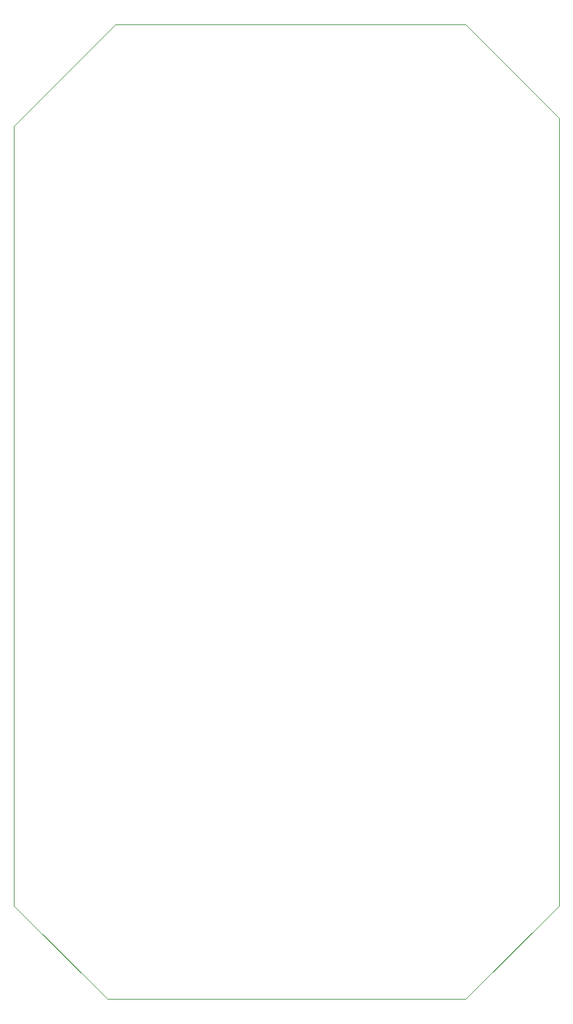
<source format=gm1>
G04 #@! TF.GenerationSoftware,KiCad,Pcbnew,6.0.2+dfsg-1*
G04 #@! TF.CreationDate,2022-11-12T16:19:11-08:00*
G04 #@! TF.ProjectId,digit,64696769-742e-46b6-9963-61645f706362,rev?*
G04 #@! TF.SameCoordinates,Original*
G04 #@! TF.FileFunction,Profile,NP*
%FSLAX46Y46*%
G04 Gerber Fmt 4.6, Leading zero omitted, Abs format (unit mm)*
G04 Created by KiCad (PCBNEW 6.0.2+dfsg-1) date 2022-11-12 16:19:11*
%MOMM*%
%LPD*%
G01*
G04 APERTURE LIST*
G04 #@! TA.AperFunction,Profile*
%ADD10C,0.100000*%
G04 #@! TD*
G04 APERTURE END LIST*
D10*
X138000000Y-55000000D02*
X138000000Y-156000000D01*
X138000000Y-156000000D02*
X126000000Y-168000000D01*
X126000000Y-168000000D02*
X80000000Y-168000000D01*
X80000000Y-168000000D02*
X68000000Y-156000000D01*
X68000000Y-156000000D02*
X68000000Y-56000000D01*
X68000000Y-56000000D02*
X81000000Y-43000000D01*
X81000000Y-43000000D02*
X126000000Y-43000000D01*
X126000000Y-43000000D02*
X138000000Y-55000000D01*
M02*

</source>
